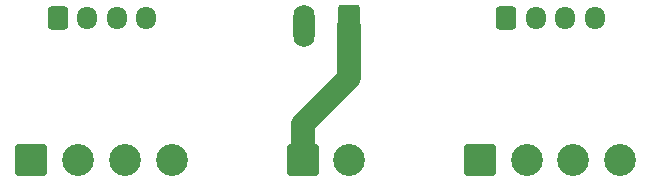
<source format=gbr>
%TF.GenerationSoftware,KiCad,Pcbnew,8.0.7*%
%TF.CreationDate,2024-12-10T12:06:42+09:00*%
%TF.ProjectId,STEP200-XA-motor-connector,53544550-3230-4302-9d58-412d6d6f746f,rev?*%
%TF.SameCoordinates,Original*%
%TF.FileFunction,Copper,L2,Bot*%
%TF.FilePolarity,Positive*%
%FSLAX46Y46*%
G04 Gerber Fmt 4.6, Leading zero omitted, Abs format (unit mm)*
G04 Created by KiCad (PCBNEW 8.0.7) date 2024-12-10 12:06:42*
%MOMM*%
%LPD*%
G01*
G04 APERTURE LIST*
G04 Aperture macros list*
%AMRoundRect*
0 Rectangle with rounded corners*
0 $1 Rounding radius*
0 $2 $3 $4 $5 $6 $7 $8 $9 X,Y pos of 4 corners*
0 Add a 4 corners polygon primitive as box body*
4,1,4,$2,$3,$4,$5,$6,$7,$8,$9,$2,$3,0*
0 Add four circle primitives for the rounded corners*
1,1,$1+$1,$2,$3*
1,1,$1+$1,$4,$5*
1,1,$1+$1,$6,$7*
1,1,$1+$1,$8,$9*
0 Add four rect primitives between the rounded corners*
20,1,$1+$1,$2,$3,$4,$5,0*
20,1,$1+$1,$4,$5,$6,$7,0*
20,1,$1+$1,$6,$7,$8,$9,0*
20,1,$1+$1,$8,$9,$2,$3,0*%
G04 Aperture macros list end*
%TA.AperFunction,ComponentPad*%
%ADD10C,2.700000*%
%TD*%
%TA.AperFunction,ComponentPad*%
%ADD11RoundRect,0.250001X-1.099999X-1.099999X1.099999X-1.099999X1.099999X1.099999X-1.099999X1.099999X0*%
%TD*%
%TA.AperFunction,ComponentPad*%
%ADD12O,1.700000X1.950000*%
%TD*%
%TA.AperFunction,ComponentPad*%
%ADD13RoundRect,0.250000X-0.600000X-0.725000X0.600000X-0.725000X0.600000X0.725000X-0.600000X0.725000X0*%
%TD*%
%TA.AperFunction,ComponentPad*%
%ADD14RoundRect,0.250000X0.650000X1.550000X-0.650000X1.550000X-0.650000X-1.550000X0.650000X-1.550000X0*%
%TD*%
%TA.AperFunction,ComponentPad*%
%ADD15O,1.800000X3.600000*%
%TD*%
%TA.AperFunction,Conductor*%
%ADD16C,2.000000*%
%TD*%
G04 APERTURE END LIST*
D10*
%TO.P,J1,4,Pin_4*%
%TO.N,Net-(J1-Pin_4)*%
X106920000Y-76000000D03*
%TO.P,J1,3,Pin_3*%
%TO.N,Net-(J1-Pin_3)*%
X102960000Y-76000000D03*
%TO.P,J1,2,Pin_2*%
%TO.N,Net-(J1-Pin_2)*%
X99000000Y-76000000D03*
D11*
%TO.P,J1,1,Pin_1*%
%TO.N,Net-(J1-Pin_1)*%
X95040000Y-76000000D03*
%TD*%
D10*
%TO.P,J3,4,Pin_4*%
%TO.N,Net-(J3-Pin_4)*%
X144880000Y-76000000D03*
%TO.P,J3,3,Pin_3*%
%TO.N,Net-(J3-Pin_3)*%
X140920000Y-76000000D03*
%TO.P,J3,2,Pin_2*%
%TO.N,Net-(J3-Pin_2)*%
X136960000Y-76000000D03*
D11*
%TO.P,J3,1,Pin_1*%
%TO.N,Net-(J3-Pin_1)*%
X133000000Y-76000000D03*
%TD*%
%TO.P,J5,1,Pin_1*%
%TO.N,GND*%
X118000000Y-76000000D03*
D10*
%TO.P,J5,2,Pin_2*%
%TO.N,Net-(J5-Pin_2)*%
X121960000Y-76000000D03*
%TD*%
D12*
%TO.P,J4,4,Pin_4*%
%TO.N,Net-(J3-Pin_4)*%
X142750000Y-64000000D03*
%TO.P,J4,3,Pin_3*%
%TO.N,Net-(J3-Pin_3)*%
X140250000Y-64000000D03*
%TO.P,J4,2,Pin_2*%
%TO.N,Net-(J3-Pin_2)*%
X137750000Y-64000000D03*
D13*
%TO.P,J4,1,Pin_1*%
%TO.N,Net-(J3-Pin_1)*%
X135250000Y-64000000D03*
%TD*%
D12*
%TO.P,J2,4,Pin_4*%
%TO.N,Net-(J1-Pin_4)*%
X104750000Y-64000000D03*
%TO.P,J2,3,Pin_3*%
%TO.N,Net-(J1-Pin_3)*%
X102250000Y-64000000D03*
%TO.P,J2,2,Pin_2*%
%TO.N,Net-(J1-Pin_2)*%
X99750000Y-64000000D03*
D13*
%TO.P,J2,1,Pin_1*%
%TO.N,Net-(J1-Pin_1)*%
X97250000Y-64000000D03*
%TD*%
D14*
%TO.P,J6,1,Pin_1*%
%TO.N,GND*%
X121887500Y-64642500D03*
D15*
%TO.P,J6,2,Pin_2*%
%TO.N,Net-(J5-Pin_2)*%
X118077500Y-64642500D03*
%TD*%
D16*
%TO.N,GND*%
X118000000Y-73000000D02*
X118000000Y-76000000D01*
X121887500Y-64642500D02*
X121887500Y-69112500D01*
X121887500Y-69112500D02*
X118000000Y-73000000D01*
%TD*%
M02*

</source>
